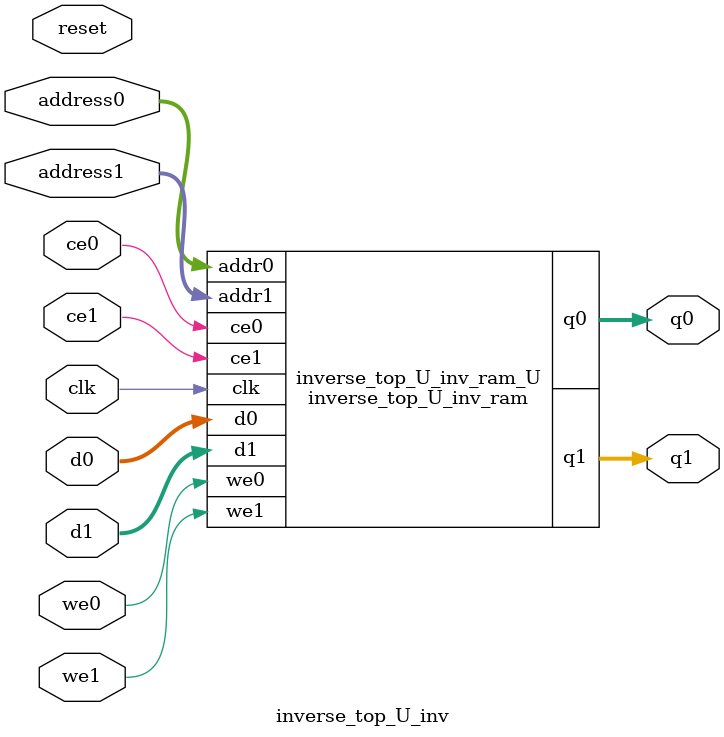
<source format=v>
`timescale 1 ns / 1 ps
module inverse_top_U_inv_ram (addr0, ce0, d0, we0, q0, addr1, ce1, d1, we1, q1,  clk);

parameter DWIDTH = 32;
parameter AWIDTH = 4;
parameter MEM_SIZE = 9;

input[AWIDTH-1:0] addr0;
input ce0;
input[DWIDTH-1:0] d0;
input we0;
output reg[DWIDTH-1:0] q0;
input[AWIDTH-1:0] addr1;
input ce1;
input[DWIDTH-1:0] d1;
input we1;
output reg[DWIDTH-1:0] q1;
input clk;

(* ram_style = "block" *)reg [DWIDTH-1:0] ram[0:MEM_SIZE-1];




always @(posedge clk)  
begin 
    if (ce0) 
    begin
        if (we0) 
        begin 
            ram[addr0] <= d0; 
        end 
        q0 <= ram[addr0];
    end
end


always @(posedge clk)  
begin 
    if (ce1) 
    begin
        if (we1) 
        begin 
            ram[addr1] <= d1; 
        end 
        q1 <= ram[addr1];
    end
end


endmodule

`timescale 1 ns / 1 ps
module inverse_top_U_inv(
    reset,
    clk,
    address0,
    ce0,
    we0,
    d0,
    q0,
    address1,
    ce1,
    we1,
    d1,
    q1);

parameter DataWidth = 32'd32;
parameter AddressRange = 32'd9;
parameter AddressWidth = 32'd4;
input reset;
input clk;
input[AddressWidth - 1:0] address0;
input ce0;
input we0;
input[DataWidth - 1:0] d0;
output[DataWidth - 1:0] q0;
input[AddressWidth - 1:0] address1;
input ce1;
input we1;
input[DataWidth - 1:0] d1;
output[DataWidth - 1:0] q1;



inverse_top_U_inv_ram inverse_top_U_inv_ram_U(
    .clk( clk ),
    .addr0( address0 ),
    .ce0( ce0 ),
    .we0( we0 ),
    .d0( d0 ),
    .q0( q0 ),
    .addr1( address1 ),
    .ce1( ce1 ),
    .we1( we1 ),
    .d1( d1 ),
    .q1( q1 ));

endmodule


</source>
